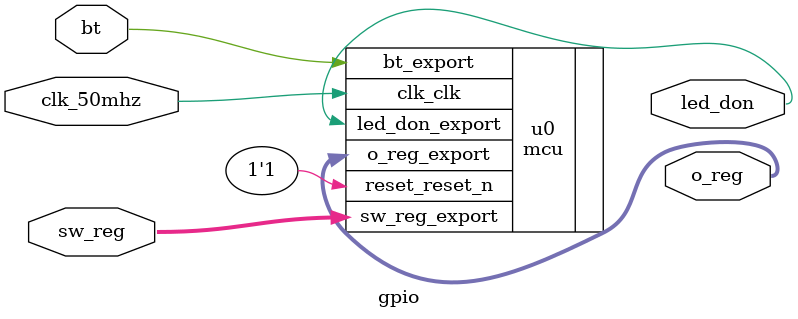
<source format=v>
module gpio (
		input  wire       bt,      //      bt.export
		input  wire       clk_50mhz,        //     clk.clk
		output wire       led_don, // led_don.export
		output wire [7:0] o_reg,   //   o_reg.export
//		input  wire       reset,  //   reset.reset_n
		input  wire [2:0] sw_reg   //  sw_reg.export
	);
	
	
	
 mcu u0 (
        .bt_export      (bt),      //      bt.export
        .clk_clk        (clk_50mhz),        //     clk.clk
        .led_don_export (led_don), // led_don.export
        .o_reg_export   (o_reg),   //   o_reg.export
        .reset_reset_n  (1'b1),  //   reset.reset_n
        .sw_reg_export  (sw_reg)   //  sw_reg.export
    );
	
	
	
endmodule	
	
</source>
